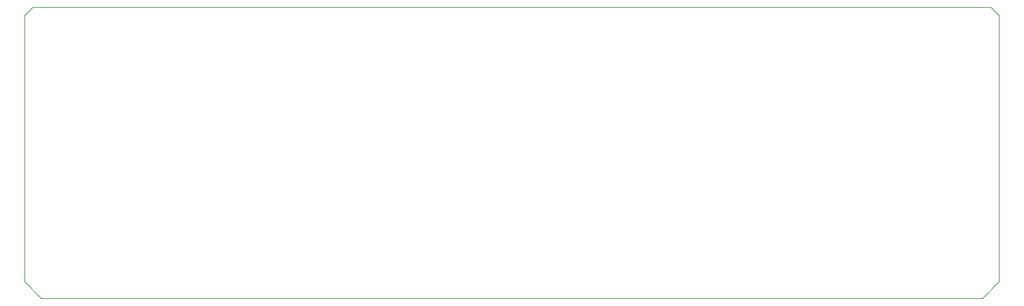
<source format=gbr>
G04 #@! TF.GenerationSoftware,KiCad,Pcbnew,(5.0.2)-1*
G04 #@! TF.CreationDate,2019-04-30T01:26:51-04:00*
G04 #@! TF.ProjectId,TG4x,54473478-2e6b-4696-9361-645f70636258,rev?*
G04 #@! TF.SameCoordinates,Original*
G04 #@! TF.FileFunction,Profile,NP*
%FSLAX46Y46*%
G04 Gerber Fmt 4.6, Leading zero omitted, Abs format (unit mm)*
G04 Created by KiCad (PCBNEW (5.0.2)-1) date 4/30/2019 1:26:51 AM*
%MOMM*%
%LPD*%
G01*
G04 APERTURE LIST*
%ADD10C,0.150000*%
G04 APERTURE END LIST*
D10*
X256921000Y-16002000D02*
X254889000Y-13970000D01*
X256921000Y-16002000D02*
X256921000Y-82473800D01*
X18161000Y-86664800D02*
X252730000Y-86664800D01*
X13970000Y-16002000D02*
X13970000Y-82473800D01*
X13970000Y-82473800D02*
X18161000Y-86664800D01*
X13970000Y-16002000D02*
X16002000Y-13970000D01*
X256921000Y-82473800D02*
X252730000Y-86664800D01*
X16002000Y-13970000D02*
X254889000Y-13970000D01*
M02*

</source>
